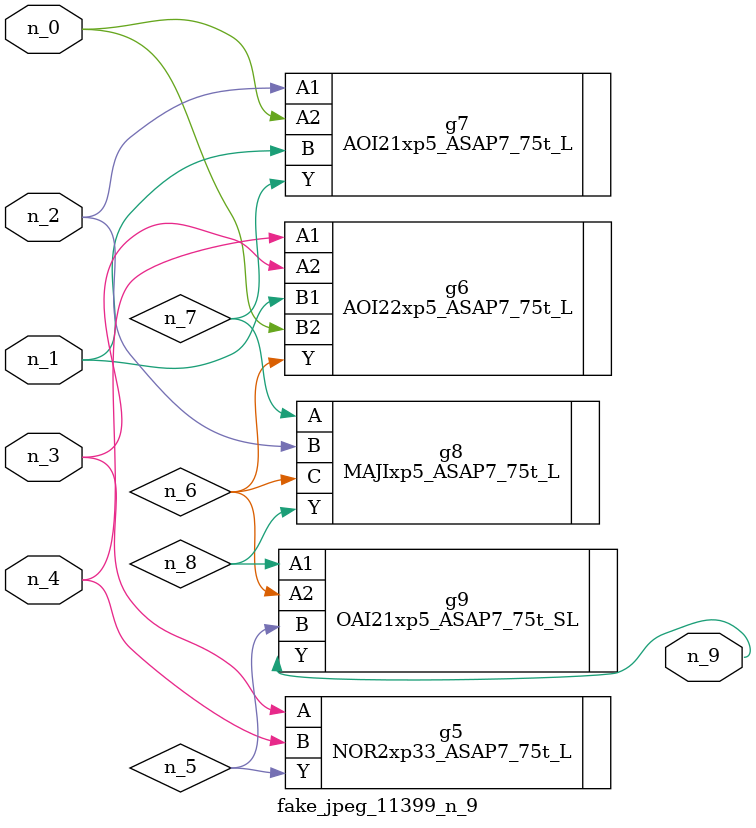
<source format=v>
module fake_jpeg_11399_n_9 (n_3, n_2, n_1, n_0, n_4, n_9);

input n_3;
input n_2;
input n_1;
input n_0;
input n_4;

output n_9;

wire n_8;
wire n_6;
wire n_5;
wire n_7;

NOR2xp33_ASAP7_75t_L g5 ( 
.A(n_3),
.B(n_4),
.Y(n_5)
);

AOI22xp5_ASAP7_75t_L g6 ( 
.A1(n_4),
.A2(n_3),
.B1(n_1),
.B2(n_0),
.Y(n_6)
);

AOI21xp5_ASAP7_75t_L g7 ( 
.A1(n_2),
.A2(n_0),
.B(n_1),
.Y(n_7)
);

MAJIxp5_ASAP7_75t_L g8 ( 
.A(n_7),
.B(n_2),
.C(n_6),
.Y(n_8)
);

OAI21xp5_ASAP7_75t_SL g9 ( 
.A1(n_8),
.A2(n_6),
.B(n_5),
.Y(n_9)
);


endmodule
</source>
